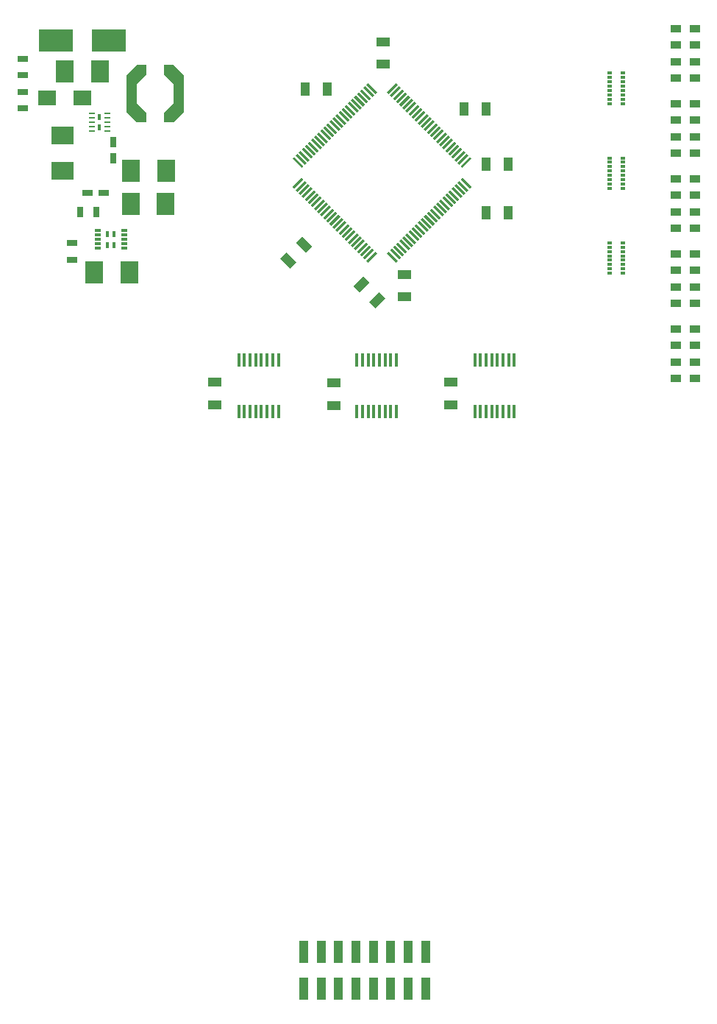
<source format=gtp>
G04 #@! TF.FileFunction,Paste,Top*
%FSLAX46Y46*%
G04 Gerber Fmt 4.6, Leading zero omitted, Abs format (unit mm)*
G04 Created by KiCad (PCBNEW 4.0.7) date Tuesday, May 08, 2018 'PMt' 02:12:14 PM*
%MOMM*%
%LPD*%
G01*
G04 APERTURE LIST*
%ADD10C,0.020000*%
%ADD11R,2.000000X2.500000*%
%ADD12R,2.500000X2.000000*%
%ADD13R,0.750000X1.200000*%
%ADD14R,1.200000X0.750000*%
%ADD15R,4.000000X2.500000*%
%ADD16R,1.200000X0.900000*%
%ADD17R,0.450000X1.500000*%
%ADD18R,0.650000X0.300000*%
%ADD19R,0.465000X0.744000*%
%ADD20R,0.600000X0.350000*%
%ADD21R,2.000000X1.700000*%
%ADD22R,0.700000X0.250000*%
%ADD23R,0.384000X0.720000*%
%ADD24R,1.000000X2.580000*%
%ADD25R,1.000000X1.600000*%
%ADD26R,1.600000X1.000000*%
%ADD27R,1.300000X0.700000*%
%ADD28R,0.700000X1.300000*%
G04 APERTURE END LIST*
D10*
G36*
X182323500Y-104900000D02*
X181148500Y-103725000D01*
X181148500Y-99475000D01*
X182323500Y-98300000D01*
X182323500Y-104900000D01*
X182323500Y-104900000D01*
G37*
G36*
X183448500Y-104912500D02*
X182323500Y-104912500D01*
X182323500Y-103787500D01*
X183448500Y-103787500D01*
X183448500Y-104912500D01*
X183448500Y-104912500D01*
G37*
G36*
X183448500Y-99412500D02*
X182323500Y-99412500D01*
X182323500Y-98287500D01*
X183448500Y-98287500D01*
X183448500Y-99412500D01*
X183448500Y-99412500D01*
G37*
G36*
X182323500Y-102675500D02*
X183448500Y-103799500D01*
X183448500Y-103800500D01*
X182323500Y-104924500D01*
X182323500Y-102675500D01*
X182323500Y-102675500D01*
G37*
G36*
X182323500Y-98275500D02*
X183448500Y-99399500D01*
X183448500Y-99400500D01*
X182323500Y-100524500D01*
X182323500Y-98275500D01*
X182323500Y-98275500D01*
G37*
G36*
X186549101Y-98283627D02*
X187724101Y-99458627D01*
X187724101Y-103708627D01*
X186549101Y-104883627D01*
X186549101Y-98283627D01*
X186549101Y-98283627D01*
G37*
G36*
X185424101Y-98271127D02*
X186549101Y-98271127D01*
X186549101Y-99396127D01*
X185424101Y-99396127D01*
X185424101Y-98271127D01*
X185424101Y-98271127D01*
G37*
G36*
X186549101Y-100508127D02*
X185424101Y-99384127D01*
X185424101Y-99383127D01*
X186549101Y-98259127D01*
X186549101Y-100508127D01*
X186549101Y-100508127D01*
G37*
G36*
X185424101Y-103771127D02*
X186549101Y-103771127D01*
X186549101Y-104896127D01*
X185424101Y-104896127D01*
X185424101Y-103771127D01*
X185424101Y-103771127D01*
G37*
G36*
X186549101Y-104908127D02*
X185424101Y-103784127D01*
X185424101Y-103783127D01*
X186549101Y-102659127D01*
X186549101Y-104908127D01*
X186549101Y-104908127D01*
G37*
D11*
X174054000Y-99060000D03*
X178054000Y-99060000D03*
D12*
X173768000Y-106458000D03*
X173768000Y-110458000D03*
D13*
X179610000Y-107188000D03*
X179610000Y-109088000D03*
D11*
X185674000Y-110490000D03*
X181674000Y-110490000D03*
X185669009Y-114300000D03*
X181669009Y-114300000D03*
D14*
X176628000Y-113030000D03*
X178528000Y-113030000D03*
D11*
X177446009Y-122198215D03*
X181446009Y-122198215D03*
D15*
X173004000Y-95504000D03*
X179104000Y-95504000D03*
D16*
X244391000Y-94107000D03*
X246591000Y-94107000D03*
X244391000Y-96012000D03*
X246591000Y-96012000D03*
X244391000Y-97917000D03*
X246591000Y-97917000D03*
X244391000Y-99822000D03*
X246591000Y-99822000D03*
X244391000Y-102743000D03*
X246591000Y-102743000D03*
X244391000Y-104648000D03*
X246591000Y-104648000D03*
X244391000Y-106553000D03*
X246591000Y-106553000D03*
X244391000Y-108458000D03*
X246591000Y-108458000D03*
X244391000Y-111379000D03*
X246591000Y-111379000D03*
X244391000Y-113284000D03*
X246591000Y-113284000D03*
X244391000Y-115189000D03*
X246591000Y-115189000D03*
X244391000Y-117094000D03*
X246591000Y-117094000D03*
X244391000Y-120015000D03*
X246591000Y-120015000D03*
X244391000Y-121920000D03*
X246591000Y-121920000D03*
X244391000Y-123825000D03*
X246591000Y-123825000D03*
X244391000Y-125730000D03*
X246591000Y-125730000D03*
X244391000Y-128651000D03*
X246591000Y-128651000D03*
X244391000Y-130556000D03*
X246591000Y-130556000D03*
X244391000Y-132461000D03*
X246591000Y-132461000D03*
X244391000Y-134366000D03*
X246591000Y-134366000D03*
D17*
X198628000Y-132276000D03*
X197978000Y-132276000D03*
X197328000Y-132276000D03*
X196678000Y-132276000D03*
X196028000Y-132276000D03*
X195378000Y-132276000D03*
X194728000Y-132276000D03*
X194078000Y-132276000D03*
X194078000Y-138176000D03*
X194728000Y-138176000D03*
X195378000Y-138176000D03*
X196028000Y-138176000D03*
X196678000Y-138176000D03*
X197328000Y-138176000D03*
X197978000Y-138176000D03*
X198628000Y-138176000D03*
D10*
G36*
X212406478Y-120829627D02*
X212194346Y-121041759D01*
X211133686Y-119981099D01*
X211345818Y-119768967D01*
X212406478Y-120829627D01*
X212406478Y-120829627D01*
G37*
G36*
X212760031Y-120476074D02*
X212547899Y-120688206D01*
X211487239Y-119627546D01*
X211699371Y-119415414D01*
X212760031Y-120476074D01*
X212760031Y-120476074D01*
G37*
G36*
X213113584Y-120122520D02*
X212901452Y-120334652D01*
X211840792Y-119273992D01*
X212052924Y-119061860D01*
X213113584Y-120122520D01*
X213113584Y-120122520D01*
G37*
G36*
X213467138Y-119768967D02*
X213255006Y-119981099D01*
X212194346Y-118920439D01*
X212406478Y-118708307D01*
X213467138Y-119768967D01*
X213467138Y-119768967D01*
G37*
G36*
X213820691Y-119415413D02*
X213608559Y-119627545D01*
X212547899Y-118566885D01*
X212760031Y-118354753D01*
X213820691Y-119415413D01*
X213820691Y-119415413D01*
G37*
G36*
X214174244Y-119061860D02*
X213962112Y-119273992D01*
X212901452Y-118213332D01*
X213113584Y-118001200D01*
X214174244Y-119061860D01*
X214174244Y-119061860D01*
G37*
G36*
X214527798Y-118708307D02*
X214315666Y-118920439D01*
X213255006Y-117859779D01*
X213467138Y-117647647D01*
X214527798Y-118708307D01*
X214527798Y-118708307D01*
G37*
G36*
X214881351Y-118354753D02*
X214669219Y-118566885D01*
X213608559Y-117506225D01*
X213820691Y-117294093D01*
X214881351Y-118354753D01*
X214881351Y-118354753D01*
G37*
G36*
X215234905Y-118001200D02*
X215022773Y-118213332D01*
X213962113Y-117152672D01*
X214174245Y-116940540D01*
X215234905Y-118001200D01*
X215234905Y-118001200D01*
G37*
G36*
X215588458Y-117647646D02*
X215376326Y-117859778D01*
X214315666Y-116799118D01*
X214527798Y-116586986D01*
X215588458Y-117647646D01*
X215588458Y-117647646D01*
G37*
G36*
X215942011Y-117294093D02*
X215729879Y-117506225D01*
X214669219Y-116445565D01*
X214881351Y-116233433D01*
X215942011Y-117294093D01*
X215942011Y-117294093D01*
G37*
G36*
X216295565Y-116940540D02*
X216083433Y-117152672D01*
X215022773Y-116092012D01*
X215234905Y-115879880D01*
X216295565Y-116940540D01*
X216295565Y-116940540D01*
G37*
G36*
X216649118Y-116586986D02*
X216436986Y-116799118D01*
X215376326Y-115738458D01*
X215588458Y-115526326D01*
X216649118Y-116586986D01*
X216649118Y-116586986D01*
G37*
G36*
X217002672Y-116233433D02*
X216790540Y-116445565D01*
X215729880Y-115384905D01*
X215942012Y-115172773D01*
X217002672Y-116233433D01*
X217002672Y-116233433D01*
G37*
G36*
X217356225Y-115879879D02*
X217144093Y-116092011D01*
X216083433Y-115031351D01*
X216295565Y-114819219D01*
X217356225Y-115879879D01*
X217356225Y-115879879D01*
G37*
G36*
X217709778Y-115526326D02*
X217497646Y-115738458D01*
X216436986Y-114677798D01*
X216649118Y-114465666D01*
X217709778Y-115526326D01*
X217709778Y-115526326D01*
G37*
G36*
X218063332Y-115172773D02*
X217851200Y-115384905D01*
X216790540Y-114324245D01*
X217002672Y-114112113D01*
X218063332Y-115172773D01*
X218063332Y-115172773D01*
G37*
G36*
X218416885Y-114819219D02*
X218204753Y-115031351D01*
X217144093Y-113970691D01*
X217356225Y-113758559D01*
X218416885Y-114819219D01*
X218416885Y-114819219D01*
G37*
G36*
X218770439Y-114465666D02*
X218558307Y-114677798D01*
X217497647Y-113617138D01*
X217709779Y-113405006D01*
X218770439Y-114465666D01*
X218770439Y-114465666D01*
G37*
G36*
X219123992Y-114112112D02*
X218911860Y-114324244D01*
X217851200Y-113263584D01*
X218063332Y-113051452D01*
X219123992Y-114112112D01*
X219123992Y-114112112D01*
G37*
G36*
X219477545Y-113758559D02*
X219265413Y-113970691D01*
X218204753Y-112910031D01*
X218416885Y-112697899D01*
X219477545Y-113758559D01*
X219477545Y-113758559D01*
G37*
G36*
X219831099Y-113405006D02*
X219618967Y-113617138D01*
X218558307Y-112556478D01*
X218770439Y-112344346D01*
X219831099Y-113405006D01*
X219831099Y-113405006D01*
G37*
G36*
X220184652Y-113051452D02*
X219972520Y-113263584D01*
X218911860Y-112202924D01*
X219123992Y-111990792D01*
X220184652Y-113051452D01*
X220184652Y-113051452D01*
G37*
G36*
X220538206Y-112697899D02*
X220326074Y-112910031D01*
X219265414Y-111849371D01*
X219477546Y-111637239D01*
X220538206Y-112697899D01*
X220538206Y-112697899D01*
G37*
G36*
X220891759Y-112344346D02*
X220679627Y-112556478D01*
X219618967Y-111495818D01*
X219831099Y-111283686D01*
X220891759Y-112344346D01*
X220891759Y-112344346D01*
G37*
G36*
X220679627Y-108879522D02*
X220891759Y-109091654D01*
X219831099Y-110152314D01*
X219618967Y-109940182D01*
X220679627Y-108879522D01*
X220679627Y-108879522D01*
G37*
G36*
X220326074Y-108525969D02*
X220538206Y-108738101D01*
X219477546Y-109798761D01*
X219265414Y-109586629D01*
X220326074Y-108525969D01*
X220326074Y-108525969D01*
G37*
G36*
X219972520Y-108172416D02*
X220184652Y-108384548D01*
X219123992Y-109445208D01*
X218911860Y-109233076D01*
X219972520Y-108172416D01*
X219972520Y-108172416D01*
G37*
G36*
X219618967Y-107818862D02*
X219831099Y-108030994D01*
X218770439Y-109091654D01*
X218558307Y-108879522D01*
X219618967Y-107818862D01*
X219618967Y-107818862D01*
G37*
G36*
X219265413Y-107465309D02*
X219477545Y-107677441D01*
X218416885Y-108738101D01*
X218204753Y-108525969D01*
X219265413Y-107465309D01*
X219265413Y-107465309D01*
G37*
G36*
X218911860Y-107111756D02*
X219123992Y-107323888D01*
X218063332Y-108384548D01*
X217851200Y-108172416D01*
X218911860Y-107111756D01*
X218911860Y-107111756D01*
G37*
G36*
X218558307Y-106758202D02*
X218770439Y-106970334D01*
X217709779Y-108030994D01*
X217497647Y-107818862D01*
X218558307Y-106758202D01*
X218558307Y-106758202D01*
G37*
G36*
X218204753Y-106404649D02*
X218416885Y-106616781D01*
X217356225Y-107677441D01*
X217144093Y-107465309D01*
X218204753Y-106404649D01*
X218204753Y-106404649D01*
G37*
G36*
X217851200Y-106051095D02*
X218063332Y-106263227D01*
X217002672Y-107323887D01*
X216790540Y-107111755D01*
X217851200Y-106051095D01*
X217851200Y-106051095D01*
G37*
G36*
X217497646Y-105697542D02*
X217709778Y-105909674D01*
X216649118Y-106970334D01*
X216436986Y-106758202D01*
X217497646Y-105697542D01*
X217497646Y-105697542D01*
G37*
G36*
X217144093Y-105343989D02*
X217356225Y-105556121D01*
X216295565Y-106616781D01*
X216083433Y-106404649D01*
X217144093Y-105343989D01*
X217144093Y-105343989D01*
G37*
G36*
X216790540Y-104990435D02*
X217002672Y-105202567D01*
X215942012Y-106263227D01*
X215729880Y-106051095D01*
X216790540Y-104990435D01*
X216790540Y-104990435D01*
G37*
G36*
X216436986Y-104636882D02*
X216649118Y-104849014D01*
X215588458Y-105909674D01*
X215376326Y-105697542D01*
X216436986Y-104636882D01*
X216436986Y-104636882D01*
G37*
G36*
X216083433Y-104283328D02*
X216295565Y-104495460D01*
X215234905Y-105556120D01*
X215022773Y-105343988D01*
X216083433Y-104283328D01*
X216083433Y-104283328D01*
G37*
G36*
X215729879Y-103929775D02*
X215942011Y-104141907D01*
X214881351Y-105202567D01*
X214669219Y-104990435D01*
X215729879Y-103929775D01*
X215729879Y-103929775D01*
G37*
G36*
X215376326Y-103576222D02*
X215588458Y-103788354D01*
X214527798Y-104849014D01*
X214315666Y-104636882D01*
X215376326Y-103576222D01*
X215376326Y-103576222D01*
G37*
G36*
X215022773Y-103222668D02*
X215234905Y-103434800D01*
X214174245Y-104495460D01*
X213962113Y-104283328D01*
X215022773Y-103222668D01*
X215022773Y-103222668D01*
G37*
G36*
X214669219Y-102869115D02*
X214881351Y-103081247D01*
X213820691Y-104141907D01*
X213608559Y-103929775D01*
X214669219Y-102869115D01*
X214669219Y-102869115D01*
G37*
G36*
X214315666Y-102515561D02*
X214527798Y-102727693D01*
X213467138Y-103788353D01*
X213255006Y-103576221D01*
X214315666Y-102515561D01*
X214315666Y-102515561D01*
G37*
G36*
X213962112Y-102162008D02*
X214174244Y-102374140D01*
X213113584Y-103434800D01*
X212901452Y-103222668D01*
X213962112Y-102162008D01*
X213962112Y-102162008D01*
G37*
G36*
X213608559Y-101808455D02*
X213820691Y-102020587D01*
X212760031Y-103081247D01*
X212547899Y-102869115D01*
X213608559Y-101808455D01*
X213608559Y-101808455D01*
G37*
G36*
X213255006Y-101454901D02*
X213467138Y-101667033D01*
X212406478Y-102727693D01*
X212194346Y-102515561D01*
X213255006Y-101454901D01*
X213255006Y-101454901D01*
G37*
G36*
X212901452Y-101101348D02*
X213113584Y-101313480D01*
X212052924Y-102374140D01*
X211840792Y-102162008D01*
X212901452Y-101101348D01*
X212901452Y-101101348D01*
G37*
G36*
X212547899Y-100747794D02*
X212760031Y-100959926D01*
X211699371Y-102020586D01*
X211487239Y-101808454D01*
X212547899Y-100747794D01*
X212547899Y-100747794D01*
G37*
G36*
X212194346Y-100394241D02*
X212406478Y-100606373D01*
X211345818Y-101667033D01*
X211133686Y-101454901D01*
X212194346Y-100394241D01*
X212194346Y-100394241D01*
G37*
G36*
X210002314Y-101454901D02*
X209790182Y-101667033D01*
X208729522Y-100606373D01*
X208941654Y-100394241D01*
X210002314Y-101454901D01*
X210002314Y-101454901D01*
G37*
G36*
X209648761Y-101808454D02*
X209436629Y-102020586D01*
X208375969Y-100959926D01*
X208588101Y-100747794D01*
X209648761Y-101808454D01*
X209648761Y-101808454D01*
G37*
G36*
X209295208Y-102162008D02*
X209083076Y-102374140D01*
X208022416Y-101313480D01*
X208234548Y-101101348D01*
X209295208Y-102162008D01*
X209295208Y-102162008D01*
G37*
G36*
X208941654Y-102515561D02*
X208729522Y-102727693D01*
X207668862Y-101667033D01*
X207880994Y-101454901D01*
X208941654Y-102515561D01*
X208941654Y-102515561D01*
G37*
G36*
X208588101Y-102869115D02*
X208375969Y-103081247D01*
X207315309Y-102020587D01*
X207527441Y-101808455D01*
X208588101Y-102869115D01*
X208588101Y-102869115D01*
G37*
G36*
X208234548Y-103222668D02*
X208022416Y-103434800D01*
X206961756Y-102374140D01*
X207173888Y-102162008D01*
X208234548Y-103222668D01*
X208234548Y-103222668D01*
G37*
G36*
X207880994Y-103576221D02*
X207668862Y-103788353D01*
X206608202Y-102727693D01*
X206820334Y-102515561D01*
X207880994Y-103576221D01*
X207880994Y-103576221D01*
G37*
G36*
X207527441Y-103929775D02*
X207315309Y-104141907D01*
X206254649Y-103081247D01*
X206466781Y-102869115D01*
X207527441Y-103929775D01*
X207527441Y-103929775D01*
G37*
G36*
X207173887Y-104283328D02*
X206961755Y-104495460D01*
X205901095Y-103434800D01*
X206113227Y-103222668D01*
X207173887Y-104283328D01*
X207173887Y-104283328D01*
G37*
G36*
X206820334Y-104636882D02*
X206608202Y-104849014D01*
X205547542Y-103788354D01*
X205759674Y-103576222D01*
X206820334Y-104636882D01*
X206820334Y-104636882D01*
G37*
G36*
X206466781Y-104990435D02*
X206254649Y-105202567D01*
X205193989Y-104141907D01*
X205406121Y-103929775D01*
X206466781Y-104990435D01*
X206466781Y-104990435D01*
G37*
G36*
X206113227Y-105343988D02*
X205901095Y-105556120D01*
X204840435Y-104495460D01*
X205052567Y-104283328D01*
X206113227Y-105343988D01*
X206113227Y-105343988D01*
G37*
G36*
X205759674Y-105697542D02*
X205547542Y-105909674D01*
X204486882Y-104849014D01*
X204699014Y-104636882D01*
X205759674Y-105697542D01*
X205759674Y-105697542D01*
G37*
G36*
X205406120Y-106051095D02*
X205193988Y-106263227D01*
X204133328Y-105202567D01*
X204345460Y-104990435D01*
X205406120Y-106051095D01*
X205406120Y-106051095D01*
G37*
G36*
X205052567Y-106404649D02*
X204840435Y-106616781D01*
X203779775Y-105556121D01*
X203991907Y-105343989D01*
X205052567Y-106404649D01*
X205052567Y-106404649D01*
G37*
G36*
X204699014Y-106758202D02*
X204486882Y-106970334D01*
X203426222Y-105909674D01*
X203638354Y-105697542D01*
X204699014Y-106758202D01*
X204699014Y-106758202D01*
G37*
G36*
X204345460Y-107111755D02*
X204133328Y-107323887D01*
X203072668Y-106263227D01*
X203284800Y-106051095D01*
X204345460Y-107111755D01*
X204345460Y-107111755D01*
G37*
G36*
X203991907Y-107465309D02*
X203779775Y-107677441D01*
X202719115Y-106616781D01*
X202931247Y-106404649D01*
X203991907Y-107465309D01*
X203991907Y-107465309D01*
G37*
G36*
X203638353Y-107818862D02*
X203426221Y-108030994D01*
X202365561Y-106970334D01*
X202577693Y-106758202D01*
X203638353Y-107818862D01*
X203638353Y-107818862D01*
G37*
G36*
X203284800Y-108172416D02*
X203072668Y-108384548D01*
X202012008Y-107323888D01*
X202224140Y-107111756D01*
X203284800Y-108172416D01*
X203284800Y-108172416D01*
G37*
G36*
X202931247Y-108525969D02*
X202719115Y-108738101D01*
X201658455Y-107677441D01*
X201870587Y-107465309D01*
X202931247Y-108525969D01*
X202931247Y-108525969D01*
G37*
G36*
X202577693Y-108879522D02*
X202365561Y-109091654D01*
X201304901Y-108030994D01*
X201517033Y-107818862D01*
X202577693Y-108879522D01*
X202577693Y-108879522D01*
G37*
G36*
X202224140Y-109233076D02*
X202012008Y-109445208D01*
X200951348Y-108384548D01*
X201163480Y-108172416D01*
X202224140Y-109233076D01*
X202224140Y-109233076D01*
G37*
G36*
X201870586Y-109586629D02*
X201658454Y-109798761D01*
X200597794Y-108738101D01*
X200809926Y-108525969D01*
X201870586Y-109586629D01*
X201870586Y-109586629D01*
G37*
G36*
X201517033Y-109940182D02*
X201304901Y-110152314D01*
X200244241Y-109091654D01*
X200456373Y-108879522D01*
X201517033Y-109940182D01*
X201517033Y-109940182D01*
G37*
G36*
X201304901Y-111283686D02*
X201517033Y-111495818D01*
X200456373Y-112556478D01*
X200244241Y-112344346D01*
X201304901Y-111283686D01*
X201304901Y-111283686D01*
G37*
G36*
X201658454Y-111637239D02*
X201870586Y-111849371D01*
X200809926Y-112910031D01*
X200597794Y-112697899D01*
X201658454Y-111637239D01*
X201658454Y-111637239D01*
G37*
G36*
X202012008Y-111990792D02*
X202224140Y-112202924D01*
X201163480Y-113263584D01*
X200951348Y-113051452D01*
X202012008Y-111990792D01*
X202012008Y-111990792D01*
G37*
G36*
X202365561Y-112344346D02*
X202577693Y-112556478D01*
X201517033Y-113617138D01*
X201304901Y-113405006D01*
X202365561Y-112344346D01*
X202365561Y-112344346D01*
G37*
G36*
X202719115Y-112697899D02*
X202931247Y-112910031D01*
X201870587Y-113970691D01*
X201658455Y-113758559D01*
X202719115Y-112697899D01*
X202719115Y-112697899D01*
G37*
G36*
X203072668Y-113051452D02*
X203284800Y-113263584D01*
X202224140Y-114324244D01*
X202012008Y-114112112D01*
X203072668Y-113051452D01*
X203072668Y-113051452D01*
G37*
G36*
X203426221Y-113405006D02*
X203638353Y-113617138D01*
X202577693Y-114677798D01*
X202365561Y-114465666D01*
X203426221Y-113405006D01*
X203426221Y-113405006D01*
G37*
G36*
X203779775Y-113758559D02*
X203991907Y-113970691D01*
X202931247Y-115031351D01*
X202719115Y-114819219D01*
X203779775Y-113758559D01*
X203779775Y-113758559D01*
G37*
G36*
X204133328Y-114112113D02*
X204345460Y-114324245D01*
X203284800Y-115384905D01*
X203072668Y-115172773D01*
X204133328Y-114112113D01*
X204133328Y-114112113D01*
G37*
G36*
X204486882Y-114465666D02*
X204699014Y-114677798D01*
X203638354Y-115738458D01*
X203426222Y-115526326D01*
X204486882Y-114465666D01*
X204486882Y-114465666D01*
G37*
G36*
X204840435Y-114819219D02*
X205052567Y-115031351D01*
X203991907Y-116092011D01*
X203779775Y-115879879D01*
X204840435Y-114819219D01*
X204840435Y-114819219D01*
G37*
G36*
X205193988Y-115172773D02*
X205406120Y-115384905D01*
X204345460Y-116445565D01*
X204133328Y-116233433D01*
X205193988Y-115172773D01*
X205193988Y-115172773D01*
G37*
G36*
X205547542Y-115526326D02*
X205759674Y-115738458D01*
X204699014Y-116799118D01*
X204486882Y-116586986D01*
X205547542Y-115526326D01*
X205547542Y-115526326D01*
G37*
G36*
X205901095Y-115879880D02*
X206113227Y-116092012D01*
X205052567Y-117152672D01*
X204840435Y-116940540D01*
X205901095Y-115879880D01*
X205901095Y-115879880D01*
G37*
G36*
X206254649Y-116233433D02*
X206466781Y-116445565D01*
X205406121Y-117506225D01*
X205193989Y-117294093D01*
X206254649Y-116233433D01*
X206254649Y-116233433D01*
G37*
G36*
X206608202Y-116586986D02*
X206820334Y-116799118D01*
X205759674Y-117859778D01*
X205547542Y-117647646D01*
X206608202Y-116586986D01*
X206608202Y-116586986D01*
G37*
G36*
X206961755Y-116940540D02*
X207173887Y-117152672D01*
X206113227Y-118213332D01*
X205901095Y-118001200D01*
X206961755Y-116940540D01*
X206961755Y-116940540D01*
G37*
G36*
X207315309Y-117294093D02*
X207527441Y-117506225D01*
X206466781Y-118566885D01*
X206254649Y-118354753D01*
X207315309Y-117294093D01*
X207315309Y-117294093D01*
G37*
G36*
X207668862Y-117647647D02*
X207880994Y-117859779D01*
X206820334Y-118920439D01*
X206608202Y-118708307D01*
X207668862Y-117647647D01*
X207668862Y-117647647D01*
G37*
G36*
X208022416Y-118001200D02*
X208234548Y-118213332D01*
X207173888Y-119273992D01*
X206961756Y-119061860D01*
X208022416Y-118001200D01*
X208022416Y-118001200D01*
G37*
G36*
X208375969Y-118354753D02*
X208588101Y-118566885D01*
X207527441Y-119627545D01*
X207315309Y-119415413D01*
X208375969Y-118354753D01*
X208375969Y-118354753D01*
G37*
G36*
X208729522Y-118708307D02*
X208941654Y-118920439D01*
X207880994Y-119981099D01*
X207668862Y-119768967D01*
X208729522Y-118708307D01*
X208729522Y-118708307D01*
G37*
G36*
X209083076Y-119061860D02*
X209295208Y-119273992D01*
X208234548Y-120334652D01*
X208022416Y-120122520D01*
X209083076Y-119061860D01*
X209083076Y-119061860D01*
G37*
G36*
X209436629Y-119415414D02*
X209648761Y-119627546D01*
X208588101Y-120688206D01*
X208375969Y-120476074D01*
X209436629Y-119415414D01*
X209436629Y-119415414D01*
G37*
G36*
X209790182Y-119768967D02*
X210002314Y-119981099D01*
X208941654Y-121041759D01*
X208729522Y-120829627D01*
X209790182Y-119768967D01*
X209790182Y-119768967D01*
G37*
D17*
X212211500Y-132276000D03*
X211561500Y-132276000D03*
X210911500Y-132276000D03*
X210261500Y-132276000D03*
X209611500Y-132276000D03*
X208961500Y-132276000D03*
X208311500Y-132276000D03*
X207661500Y-132276000D03*
X207661500Y-138176000D03*
X208311500Y-138176000D03*
X208961500Y-138176000D03*
X209611500Y-138176000D03*
X210261500Y-138176000D03*
X210911500Y-138176000D03*
X211561500Y-138176000D03*
X212211500Y-138176000D03*
X225795000Y-132276000D03*
X225145000Y-132276000D03*
X224495000Y-132276000D03*
X223845000Y-132276000D03*
X223195000Y-132276000D03*
X222545000Y-132276000D03*
X221895000Y-132276000D03*
X221245000Y-132276000D03*
X221245000Y-138176000D03*
X221895000Y-138176000D03*
X222545000Y-138176000D03*
X223195000Y-138176000D03*
X223845000Y-138176000D03*
X224495000Y-138176000D03*
X225145000Y-138176000D03*
X225795000Y-138176000D03*
D18*
X180901009Y-119388215D03*
X180901009Y-118888215D03*
X180901009Y-118388215D03*
X180901009Y-117888215D03*
X180901009Y-117388215D03*
X177801009Y-117388215D03*
X177801009Y-117888215D03*
X177801009Y-118388215D03*
X177801009Y-118888215D03*
X177801009Y-119388215D03*
D19*
X178963509Y-117768215D03*
X178963509Y-119008215D03*
X179738509Y-117768215D03*
X179738509Y-119008215D03*
D20*
X238328000Y-99243000D03*
X236728000Y-99243000D03*
X238328000Y-99743000D03*
X236728000Y-99743000D03*
X238328000Y-100243000D03*
X236728000Y-100243000D03*
X238328000Y-100743000D03*
X236728000Y-100743000D03*
X238328000Y-101243000D03*
X236728000Y-101243000D03*
X238328000Y-101743000D03*
X236728000Y-101743000D03*
X238328000Y-102243000D03*
X236728000Y-102243000D03*
X238328000Y-102743000D03*
X236728000Y-102743000D03*
X238328000Y-109008000D03*
X236728000Y-109008000D03*
X238328000Y-109508000D03*
X236728000Y-109508000D03*
X238328000Y-110008000D03*
X236728000Y-110008000D03*
X238328000Y-110508000D03*
X236728000Y-110508000D03*
X238328000Y-111008000D03*
X236728000Y-111008000D03*
X238328000Y-111508000D03*
X236728000Y-111508000D03*
X238328000Y-112008000D03*
X236728000Y-112008000D03*
X238328000Y-112508000D03*
X236728000Y-112508000D03*
X238328000Y-118773000D03*
X236728000Y-118773000D03*
X238328000Y-119273000D03*
X236728000Y-119273000D03*
X238328000Y-119773000D03*
X236728000Y-119773000D03*
X238328000Y-120273000D03*
X236728000Y-120273000D03*
X238328000Y-120773000D03*
X236728000Y-120773000D03*
X238328000Y-121273000D03*
X236728000Y-121273000D03*
X238328000Y-121773000D03*
X236728000Y-121773000D03*
X238328000Y-122273000D03*
X236728000Y-122273000D03*
D21*
X172022000Y-102108000D03*
X176022000Y-102108000D03*
D22*
X177122500Y-103887000D03*
X177122500Y-104387000D03*
X177122500Y-104887000D03*
X177122500Y-105387000D03*
X177122500Y-105887000D03*
X178972500Y-105887000D03*
X178972500Y-105387000D03*
X178972500Y-104887000D03*
X178972500Y-104387000D03*
X178972500Y-103887000D03*
D23*
X178047500Y-105487000D03*
X178047500Y-104287000D03*
D24*
X201566000Y-204523000D03*
X201566000Y-200353000D03*
X203566000Y-204523000D03*
X203566000Y-200353000D03*
X205566000Y-204523000D03*
X205566000Y-200353000D03*
X207566000Y-204523000D03*
X207566000Y-200353000D03*
X209566000Y-204523000D03*
X209566000Y-200353000D03*
X211566000Y-204523000D03*
X211566000Y-200353000D03*
X213566000Y-204523000D03*
X213566000Y-200353000D03*
X215566000Y-204523000D03*
X215566000Y-200353000D03*
D25*
X222506000Y-109728000D03*
X225106000Y-109728000D03*
X204278000Y-101092000D03*
X201678000Y-101092000D03*
D26*
X210693000Y-98233000D03*
X210693000Y-95633000D03*
D25*
X219966000Y-103378000D03*
X222566000Y-103378000D03*
D10*
G36*
X201399107Y-118049522D02*
X202530478Y-119180893D01*
X201823371Y-119888000D01*
X200692000Y-118756629D01*
X201399107Y-118049522D01*
X201399107Y-118049522D01*
G37*
G36*
X199560629Y-119888000D02*
X200692000Y-121019371D01*
X199984893Y-121726478D01*
X198853522Y-120595107D01*
X199560629Y-119888000D01*
X199560629Y-119888000D01*
G37*
D26*
X191262000Y-137412000D03*
X191262000Y-134812000D03*
D25*
X222506000Y-115316000D03*
X225106000Y-115316000D03*
D10*
G36*
X207235522Y-123752893D02*
X208366893Y-122621522D01*
X209074000Y-123328629D01*
X207942629Y-124460000D01*
X207235522Y-123752893D01*
X207235522Y-123752893D01*
G37*
G36*
X209074000Y-125591371D02*
X210205371Y-124460000D01*
X210912478Y-125167107D01*
X209781107Y-126298478D01*
X209074000Y-125591371D01*
X209074000Y-125591371D01*
G37*
D26*
X204978000Y-137476000D03*
X204978000Y-134876000D03*
X213138000Y-122398000D03*
X213138000Y-124998000D03*
X218440000Y-137412000D03*
X218440000Y-134812000D03*
D27*
X169196000Y-99502000D03*
X169196000Y-97602000D03*
X169196000Y-103312000D03*
X169196000Y-101412000D03*
X174906009Y-118803215D03*
X174906009Y-120703215D03*
D28*
X177666009Y-115213215D03*
X175766009Y-115213215D03*
M02*

</source>
